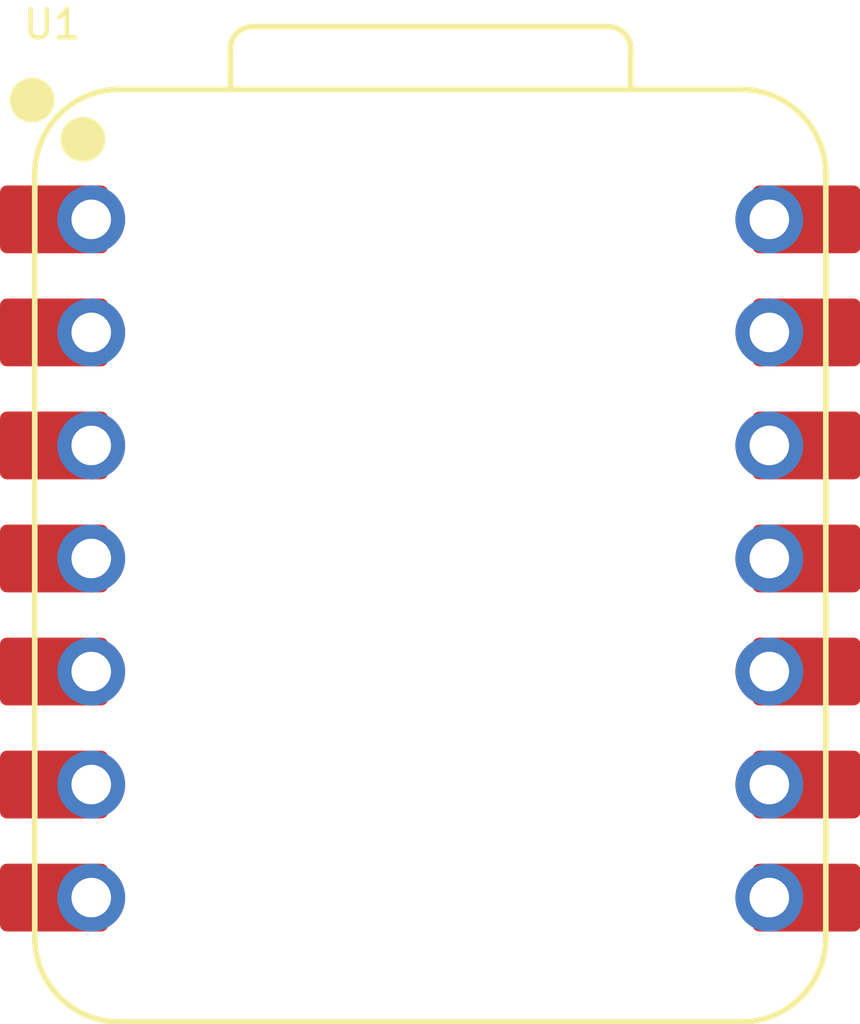
<source format=kicad_pcb>
(kicad_pcb (version 20241229) (generator "pcbnew") (generator_version "9.0")
  (layers (0 "F.Cu" signal) (2 "B.Cu" signal) (13 "F.Paste" user) (15 "B.Paste" user) (5 "F.SilkS" user "F.Silkscreen") (7 "B.SilkS" user "B.Silkscreen") (1 "F.Mask" user) (3 "B.Mask" user) (25 "Edge.Cuts" user))
  (net 0 "")
  (footprint "OPL:XIAO-RP2040-DIP" (layer "F.Cu") (at 127.805 79.83)
    (property "Reference" "U1" (at -8.5 -12 0) (layer "F.SilkS") (effects (font (size 0.635 0.635) (thickness 0.1016))))
    (property "Value" "XIAO-RP2040-DIP")
    (fp_line (start -8.89 8.509) (end -8.89 -8.636) (stroke (width 0.127)) (layer "F.SilkS"))
    (fp_line (start -6.985 10.414) (end 6.985 10.414) (stroke (width 0.127)) (layer "F.SilkS"))
    (fp_line (start -4.495 -10.541) (end -4.491272 -11.451272) (stroke (width 0.127)) (layer "F.SilkS"))
    (fp_line (start -3.991272 -11.951) (end 4.004 -11.951) (stroke (width 0.127)) (layer "F.SilkS"))
    (fp_line (start 4.504 -11.451) (end 4.504 -10.541) (stroke (width 0.127)) (layer "F.SilkS"))
    (fp_line (start 6.985 -10.541) (end -6.985 -10.541) (stroke (width 0.1)) (layer "F.SilkS"))
    (fp_line (start 6.985 -10.541) (end -6.985 -10.541) (stroke (width 0.127)) (layer "F.SilkS"))
    (fp_line (start 8.89 8.509) (end 8.89 -8.636) (stroke (width 0.127)) (layer "F.SilkS"))
    (fp_arc (start -8.89 -8.636) (mid -8.332038 -9.983038) (end -6.985 -10.541) (stroke (width 0.127)) (layer "F.SilkS"))
    (fp_arc (start -6.985 10.414) (mid -8.332038 9.856038) (end -8.89 8.509) (stroke (width 0.127)) (layer "F.SilkS"))
    (fp_arc (start -4.491272 -11.451272) (mid -4.344728 -11.80464) (end -3.991272 -11.951) (stroke (width 0.127)) (layer "F.SilkS"))
    (fp_arc (start 4.004 -11.951) (mid 4.357553 -11.804553) (end 4.504 -11.451) (stroke (width 0.127)) (layer "F.SilkS"))
    (fp_arc (start 6.985 -10.541) (mid 8.332038 -9.983038) (end 8.89 -8.636) (stroke (width 0.127)) (layer "F.SilkS"))
    (fp_arc (start 8.89 8.509) (mid 8.332038 9.856038) (end 6.985 10.414) (stroke (width 0.127)) (layer "F.SilkS"))
    (fp_circle (center -8.95 -10.3) (end -8.95 -10.554) (stroke (width 0.5)) (fill yes) (layer "F.SilkS"))
    (fp_circle (center -7.807 -9.42) (end -7.807 -9.674) (stroke (width 0.5)) (fill yes) (layer "F.SilkS"))
    (pad "1" smd roundrect (at -8.455 -7.62 180) (size 2.432 1.524) (layers "F.Cu" "F.Mask") (roundrect_rratio 0.1))
    (pad "1" thru_hole circle (at -7.62 -7.62 180) (size 1.524 1.524) (drill 0.889) (layers "*.Cu" "*.Mask"))
    (pad "2" smd roundrect (at -8.455 -5.08 180) (size 2.432 1.524) (layers "F.Cu" "F.Mask") (roundrect_rratio 0.1))
    (pad "2" thru_hole circle (at -7.62 -5.08 180) (size 1.524 1.524) (drill 0.889) (layers "*.Cu" "*.Mask"))
    (pad "3" smd roundrect (at -8.455 -2.54 180) (size 2.432 1.524) (layers "F.Cu" "F.Mask") (roundrect_rratio 0.1))
    (pad "3" thru_hole circle (at -7.62 -2.54 180) (size 1.524 1.524) (drill 0.889) (layers "*.Cu" "*.Mask"))
    (pad "4" smd roundrect (at -8.455 0 180) (size 2.432 1.524) (layers "F.Cu" "F.Mask") (roundrect_rratio 0.1))
    (pad "4" thru_hole circle (at -7.62 0 180) (size 1.524 1.524) (drill 0.889) (layers "*.Cu" "*.Mask"))
    (pad "5" smd roundrect (at -8.455 2.54 180) (size 2.432 1.524) (layers "F.Cu" "F.Mask") (roundrect_rratio 0.1))
    (pad "5" thru_hole circle (at -7.62 2.54 180) (size 1.524 1.524) (drill 0.889) (layers "*.Cu" "*.Mask"))
    (pad "6" smd roundrect (at -8.455 5.08 180) (size 2.432 1.524) (layers "F.Cu" "F.Mask") (roundrect_rratio 0.1))
    (pad "6" thru_hole circle (at -7.62 5.08 180) (size 1.524 1.524) (drill 0.889) (layers "*.Cu" "*.Mask"))
    (pad "7" smd roundrect (at -8.455 7.62 180) (size 2.432 1.524) (layers "F.Cu" "F.Mask") (roundrect_rratio 0.1))
    (pad "7" thru_hole circle (at -7.62 7.62 180) (size 1.524 1.524) (drill 0.889) (layers "*.Cu" "*.Mask"))
    (pad "8" thru_hole circle (at 7.62 7.62) (size 1.524 1.524) (drill 0.889) (layers "*.Cu" "*.Mask"))
    (pad "8" smd roundrect (at 8.455 7.62) (size 2.432 1.524) (layers "F.Cu" "F.Mask") (roundrect_rratio 0.1))
    (pad "9" thru_hole circle (at 7.62 5.08) (size 1.524 1.524) (drill 0.889) (layers "*.Cu" "*.Mask"))
    (pad "9" smd roundrect (at 8.455 5.08) (size 2.432 1.524) (layers "F.Cu" "F.Mask") (roundrect_rratio 0.1))
    (pad "10" thru_hole circle (at 7.62 2.54) (size 1.524 1.524) (drill 0.889) (layers "*.Cu" "*.Mask"))
    (pad "10" smd roundrect (at 8.455 2.54) (size 2.432 1.524) (layers "F.Cu" "F.Mask") (roundrect_rratio 0.1))
    (pad "11" thru_hole circle (at 7.62 0) (size 1.524 1.524) (drill 0.889) (layers "*.Cu" "*.Mask"))
    (pad "11" smd roundrect (at 8.455 0) (size 2.432 1.524) (layers "F.Cu" "F.Mask") (roundrect_rratio 0.1))
    (pad "12" thru_hole circle (at 7.62 -2.54) (size 1.524 1.524) (drill 0.889) (layers "*.Cu" "*.Mask"))
    (pad "12" smd roundrect (at 8.455 -2.54) (size 2.432 1.524) (layers "F.Cu" "F.Mask") (roundrect_rratio 0.1))
    (pad "13" thru_hole circle (at 7.62 -5.08) (size 1.524 1.524) (drill 0.889) (layers "*.Cu" "*.Mask"))
    (pad "13" smd roundrect (at 8.455 -5.08) (size 2.432 1.524) (layers "F.Cu" "F.Mask") (roundrect_rratio 0.1))
    (pad "14" thru_hole circle (at 7.62 -7.62) (size 1.524 1.524) (drill 0.889) (layers "*.Cu" "*.Mask"))
    (pad "14" smd roundrect (at 8.455 -7.62) (size 2.432 1.524) (layers "F.Cu" "F.Mask") (roundrect_rratio 0.1))
  )
)
</source>
